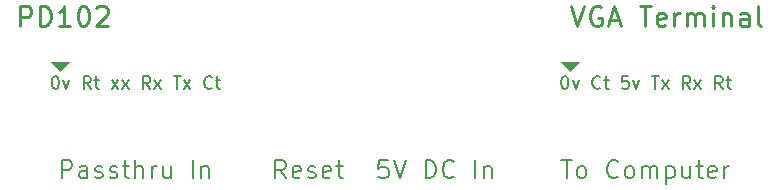
<source format=gbr>
%TF.GenerationSoftware,KiCad,Pcbnew,(5.1.6)-1*%
%TF.CreationDate,2020-11-22T20:04:02-08:00*%
%TF.ProjectId,vgavt1593-back,76676176-7431-4353-9933-2d6261636b2e,rev?*%
%TF.SameCoordinates,Original*%
%TF.FileFunction,Legend,Top*%
%TF.FilePolarity,Positive*%
%FSLAX46Y46*%
G04 Gerber Fmt 4.6, Leading zero omitted, Abs format (unit mm)*
G04 Created by KiCad (PCBNEW (5.1.6)-1) date 2020-11-22 20:04:02*
%MOMM*%
%LPD*%
G01*
G04 APERTURE LIST*
%ADD10C,0.203200*%
%ADD11C,0.100000*%
%ADD12C,0.254000*%
G04 APERTURE END LIST*
D10*
X49548142Y-42599428D02*
X49040142Y-41873714D01*
X48677285Y-42599428D02*
X48677285Y-41075428D01*
X49257857Y-41075428D01*
X49403000Y-41148000D01*
X49475571Y-41220571D01*
X49548142Y-41365714D01*
X49548142Y-41583428D01*
X49475571Y-41728571D01*
X49403000Y-41801142D01*
X49257857Y-41873714D01*
X48677285Y-41873714D01*
X50781857Y-42526857D02*
X50636714Y-42599428D01*
X50346428Y-42599428D01*
X50201285Y-42526857D01*
X50128714Y-42381714D01*
X50128714Y-41801142D01*
X50201285Y-41656000D01*
X50346428Y-41583428D01*
X50636714Y-41583428D01*
X50781857Y-41656000D01*
X50854428Y-41801142D01*
X50854428Y-41946285D01*
X50128714Y-42091428D01*
X51435000Y-42526857D02*
X51580142Y-42599428D01*
X51870428Y-42599428D01*
X52015571Y-42526857D01*
X52088142Y-42381714D01*
X52088142Y-42309142D01*
X52015571Y-42164000D01*
X51870428Y-42091428D01*
X51652714Y-42091428D01*
X51507571Y-42018857D01*
X51435000Y-41873714D01*
X51435000Y-41801142D01*
X51507571Y-41656000D01*
X51652714Y-41583428D01*
X51870428Y-41583428D01*
X52015571Y-41656000D01*
X53321857Y-42526857D02*
X53176714Y-42599428D01*
X52886428Y-42599428D01*
X52741285Y-42526857D01*
X52668714Y-42381714D01*
X52668714Y-41801142D01*
X52741285Y-41656000D01*
X52886428Y-41583428D01*
X53176714Y-41583428D01*
X53321857Y-41656000D01*
X53394428Y-41801142D01*
X53394428Y-41946285D01*
X52668714Y-42091428D01*
X53829857Y-41583428D02*
X54410428Y-41583428D01*
X54047571Y-41075428D02*
X54047571Y-42381714D01*
X54120142Y-42526857D01*
X54265285Y-42599428D01*
X54410428Y-42599428D01*
D11*
G36*
X73660000Y-33528000D02*
G01*
X72898000Y-32766000D01*
X74422000Y-32766000D01*
X73660000Y-33528000D01*
G37*
X73660000Y-33528000D02*
X72898000Y-32766000D01*
X74422000Y-32766000D01*
X73660000Y-33528000D01*
G36*
X30480000Y-33528000D02*
G01*
X29718000Y-32766000D01*
X31242000Y-32766000D01*
X30480000Y-33528000D01*
G37*
X30480000Y-33528000D02*
X29718000Y-32766000D01*
X31242000Y-32766000D01*
X30480000Y-33528000D01*
D10*
X73126600Y-33959800D02*
X73228200Y-33959800D01*
X73329800Y-34010600D01*
X73380600Y-34061400D01*
X73431400Y-34163000D01*
X73482200Y-34366200D01*
X73482200Y-34620200D01*
X73431400Y-34823400D01*
X73380600Y-34925000D01*
X73329800Y-34975800D01*
X73228200Y-35026600D01*
X73126600Y-35026600D01*
X73025000Y-34975800D01*
X72974200Y-34925000D01*
X72923400Y-34823400D01*
X72872600Y-34620200D01*
X72872600Y-34366200D01*
X72923400Y-34163000D01*
X72974200Y-34061400D01*
X73025000Y-34010600D01*
X73126600Y-33959800D01*
X73837800Y-34315400D02*
X74091800Y-35026600D01*
X74345800Y-34315400D01*
X76174600Y-34925000D02*
X76123800Y-34975800D01*
X75971400Y-35026600D01*
X75869800Y-35026600D01*
X75717400Y-34975800D01*
X75615800Y-34874200D01*
X75565000Y-34772600D01*
X75514200Y-34569400D01*
X75514200Y-34417000D01*
X75565000Y-34213800D01*
X75615800Y-34112200D01*
X75717400Y-34010600D01*
X75869800Y-33959800D01*
X75971400Y-33959800D01*
X76123800Y-34010600D01*
X76174600Y-34061400D01*
X76479400Y-34315400D02*
X76885800Y-34315400D01*
X76631800Y-33959800D02*
X76631800Y-34874200D01*
X76682600Y-34975800D01*
X76784200Y-35026600D01*
X76885800Y-35026600D01*
X78562200Y-33959800D02*
X78054200Y-33959800D01*
X78003400Y-34467800D01*
X78054200Y-34417000D01*
X78155800Y-34366200D01*
X78409800Y-34366200D01*
X78511400Y-34417000D01*
X78562200Y-34467800D01*
X78613000Y-34569400D01*
X78613000Y-34823400D01*
X78562200Y-34925000D01*
X78511400Y-34975800D01*
X78409800Y-35026600D01*
X78155800Y-35026600D01*
X78054200Y-34975800D01*
X78003400Y-34925000D01*
X78968600Y-34315400D02*
X79222600Y-35026600D01*
X79476600Y-34315400D01*
X80543400Y-33959800D02*
X81153000Y-33959800D01*
X80848200Y-35026600D02*
X80848200Y-33959800D01*
X81407000Y-35026600D02*
X81965800Y-34315400D01*
X81407000Y-34315400D02*
X81965800Y-35026600D01*
X83794600Y-35026600D02*
X83439000Y-34518600D01*
X83185000Y-35026600D02*
X83185000Y-33959800D01*
X83591400Y-33959800D01*
X83693000Y-34010600D01*
X83743800Y-34061400D01*
X83794600Y-34163000D01*
X83794600Y-34315400D01*
X83743800Y-34417000D01*
X83693000Y-34467800D01*
X83591400Y-34518600D01*
X83185000Y-34518600D01*
X84150200Y-35026600D02*
X84709000Y-34315400D01*
X84150200Y-34315400D02*
X84709000Y-35026600D01*
X86537800Y-35026600D02*
X86182200Y-34518600D01*
X85928200Y-35026600D02*
X85928200Y-33959800D01*
X86334600Y-33959800D01*
X86436200Y-34010600D01*
X86487000Y-34061400D01*
X86537800Y-34163000D01*
X86537800Y-34315400D01*
X86487000Y-34417000D01*
X86436200Y-34467800D01*
X86334600Y-34518600D01*
X85928200Y-34518600D01*
X86842600Y-34315400D02*
X87249000Y-34315400D01*
X86995000Y-33959800D02*
X86995000Y-34874200D01*
X87045800Y-34975800D01*
X87147400Y-35026600D01*
X87249000Y-35026600D01*
X29997400Y-33959800D02*
X30099000Y-33959800D01*
X30200600Y-34010600D01*
X30251400Y-34061400D01*
X30302200Y-34163000D01*
X30353000Y-34366200D01*
X30353000Y-34620200D01*
X30302200Y-34823400D01*
X30251400Y-34925000D01*
X30200600Y-34975800D01*
X30099000Y-35026600D01*
X29997400Y-35026600D01*
X29895800Y-34975800D01*
X29845000Y-34925000D01*
X29794200Y-34823400D01*
X29743400Y-34620200D01*
X29743400Y-34366200D01*
X29794200Y-34163000D01*
X29845000Y-34061400D01*
X29895800Y-34010600D01*
X29997400Y-33959800D01*
X30708600Y-34315400D02*
X30962600Y-35026600D01*
X31216600Y-34315400D01*
X33045400Y-35026600D02*
X32689800Y-34518600D01*
X32435800Y-35026600D02*
X32435800Y-33959800D01*
X32842200Y-33959800D01*
X32943800Y-34010600D01*
X32994600Y-34061400D01*
X33045400Y-34163000D01*
X33045400Y-34315400D01*
X32994600Y-34417000D01*
X32943800Y-34467800D01*
X32842200Y-34518600D01*
X32435800Y-34518600D01*
X33350200Y-34315400D02*
X33756600Y-34315400D01*
X33502600Y-33959800D02*
X33502600Y-34874200D01*
X33553400Y-34975800D01*
X33655000Y-35026600D01*
X33756600Y-35026600D01*
X34823400Y-35026600D02*
X35382200Y-34315400D01*
X34823400Y-34315400D02*
X35382200Y-35026600D01*
X35687000Y-35026600D02*
X36245800Y-34315400D01*
X35687000Y-34315400D02*
X36245800Y-35026600D01*
X38074600Y-35026600D02*
X37719000Y-34518600D01*
X37465000Y-35026600D02*
X37465000Y-33959800D01*
X37871400Y-33959800D01*
X37973000Y-34010600D01*
X38023800Y-34061400D01*
X38074600Y-34163000D01*
X38074600Y-34315400D01*
X38023800Y-34417000D01*
X37973000Y-34467800D01*
X37871400Y-34518600D01*
X37465000Y-34518600D01*
X38430200Y-35026600D02*
X38989000Y-34315400D01*
X38430200Y-34315400D02*
X38989000Y-35026600D01*
X40055800Y-33959800D02*
X40665400Y-33959800D01*
X40360600Y-35026600D02*
X40360600Y-33959800D01*
X40919400Y-35026600D02*
X41478200Y-34315400D01*
X40919400Y-34315400D02*
X41478200Y-35026600D01*
X43307000Y-34925000D02*
X43256200Y-34975800D01*
X43103800Y-35026600D01*
X43002200Y-35026600D01*
X42849800Y-34975800D01*
X42748200Y-34874200D01*
X42697400Y-34772600D01*
X42646600Y-34569400D01*
X42646600Y-34417000D01*
X42697400Y-34213800D01*
X42748200Y-34112200D01*
X42849800Y-34010600D01*
X43002200Y-33959800D01*
X43103800Y-33959800D01*
X43256200Y-34010600D01*
X43307000Y-34061400D01*
X43611800Y-34315400D02*
X44018200Y-34315400D01*
X43764200Y-33959800D02*
X43764200Y-34874200D01*
X43815000Y-34975800D01*
X43916600Y-35026600D01*
X44018200Y-35026600D01*
D12*
X73685400Y-28037971D02*
X74244200Y-29714371D01*
X74803000Y-28037971D01*
X76239914Y-28117800D02*
X76080257Y-28037971D01*
X75840771Y-28037971D01*
X75601285Y-28117800D01*
X75441628Y-28277457D01*
X75361800Y-28437114D01*
X75281971Y-28756428D01*
X75281971Y-28995914D01*
X75361800Y-29315228D01*
X75441628Y-29474885D01*
X75601285Y-29634542D01*
X75840771Y-29714371D01*
X76000428Y-29714371D01*
X76239914Y-29634542D01*
X76319742Y-29554714D01*
X76319742Y-28995914D01*
X76000428Y-28995914D01*
X76958371Y-29235400D02*
X77756657Y-29235400D01*
X76798714Y-29714371D02*
X77357514Y-28037971D01*
X77916314Y-29714371D01*
X79512885Y-28037971D02*
X80470828Y-28037971D01*
X79991857Y-29714371D02*
X79991857Y-28037971D01*
X81668257Y-29634542D02*
X81508600Y-29714371D01*
X81189285Y-29714371D01*
X81029628Y-29634542D01*
X80949800Y-29474885D01*
X80949800Y-28836257D01*
X81029628Y-28676600D01*
X81189285Y-28596771D01*
X81508600Y-28596771D01*
X81668257Y-28676600D01*
X81748085Y-28836257D01*
X81748085Y-28995914D01*
X80949800Y-29155571D01*
X82466542Y-29714371D02*
X82466542Y-28596771D01*
X82466542Y-28916085D02*
X82546371Y-28756428D01*
X82626200Y-28676600D01*
X82785857Y-28596771D01*
X82945514Y-28596771D01*
X83504314Y-29714371D02*
X83504314Y-28596771D01*
X83504314Y-28756428D02*
X83584142Y-28676600D01*
X83743800Y-28596771D01*
X83983285Y-28596771D01*
X84142942Y-28676600D01*
X84222771Y-28836257D01*
X84222771Y-29714371D01*
X84222771Y-28836257D02*
X84302600Y-28676600D01*
X84462257Y-28596771D01*
X84701742Y-28596771D01*
X84861400Y-28676600D01*
X84941228Y-28836257D01*
X84941228Y-29714371D01*
X85739514Y-29714371D02*
X85739514Y-28596771D01*
X85739514Y-28037971D02*
X85659685Y-28117800D01*
X85739514Y-28197628D01*
X85819342Y-28117800D01*
X85739514Y-28037971D01*
X85739514Y-28197628D01*
X86537800Y-28596771D02*
X86537800Y-29714371D01*
X86537800Y-28756428D02*
X86617628Y-28676600D01*
X86777285Y-28596771D01*
X87016771Y-28596771D01*
X87176428Y-28676600D01*
X87256257Y-28836257D01*
X87256257Y-29714371D01*
X88773000Y-29714371D02*
X88773000Y-28836257D01*
X88693171Y-28676600D01*
X88533514Y-28596771D01*
X88214200Y-28596771D01*
X88054542Y-28676600D01*
X88773000Y-29634542D02*
X88613342Y-29714371D01*
X88214200Y-29714371D01*
X88054542Y-29634542D01*
X87974714Y-29474885D01*
X87974714Y-29315228D01*
X88054542Y-29155571D01*
X88214200Y-29075742D01*
X88613342Y-29075742D01*
X88773000Y-28995914D01*
X89810771Y-29714371D02*
X89651114Y-29634542D01*
X89571285Y-29474885D01*
X89571285Y-28037971D01*
X27061885Y-29714371D02*
X27061885Y-28037971D01*
X27700514Y-28037971D01*
X27860171Y-28117800D01*
X27940000Y-28197628D01*
X28019828Y-28357285D01*
X28019828Y-28596771D01*
X27940000Y-28756428D01*
X27860171Y-28836257D01*
X27700514Y-28916085D01*
X27061885Y-28916085D01*
X28738285Y-29714371D02*
X28738285Y-28037971D01*
X29137428Y-28037971D01*
X29376914Y-28117800D01*
X29536571Y-28277457D01*
X29616400Y-28437114D01*
X29696228Y-28756428D01*
X29696228Y-28995914D01*
X29616400Y-29315228D01*
X29536571Y-29474885D01*
X29376914Y-29634542D01*
X29137428Y-29714371D01*
X28738285Y-29714371D01*
X31292800Y-29714371D02*
X30334857Y-29714371D01*
X30813828Y-29714371D02*
X30813828Y-28037971D01*
X30654171Y-28277457D01*
X30494514Y-28437114D01*
X30334857Y-28516942D01*
X32330571Y-28037971D02*
X32490228Y-28037971D01*
X32649885Y-28117800D01*
X32729714Y-28197628D01*
X32809542Y-28357285D01*
X32889371Y-28676600D01*
X32889371Y-29075742D01*
X32809542Y-29395057D01*
X32729714Y-29554714D01*
X32649885Y-29634542D01*
X32490228Y-29714371D01*
X32330571Y-29714371D01*
X32170914Y-29634542D01*
X32091085Y-29554714D01*
X32011257Y-29395057D01*
X31931428Y-29075742D01*
X31931428Y-28676600D01*
X32011257Y-28357285D01*
X32091085Y-28197628D01*
X32170914Y-28117800D01*
X32330571Y-28037971D01*
X33528000Y-28197628D02*
X33607828Y-28117800D01*
X33767485Y-28037971D01*
X34166628Y-28037971D01*
X34326285Y-28117800D01*
X34406114Y-28197628D01*
X34485942Y-28357285D01*
X34485942Y-28516942D01*
X34406114Y-28756428D01*
X33448171Y-29714371D01*
X34485942Y-29714371D01*
D10*
X58202285Y-41075428D02*
X57476571Y-41075428D01*
X57404000Y-41801142D01*
X57476571Y-41728571D01*
X57621714Y-41656000D01*
X57984571Y-41656000D01*
X58129714Y-41728571D01*
X58202285Y-41801142D01*
X58274857Y-41946285D01*
X58274857Y-42309142D01*
X58202285Y-42454285D01*
X58129714Y-42526857D01*
X57984571Y-42599428D01*
X57621714Y-42599428D01*
X57476571Y-42526857D01*
X57404000Y-42454285D01*
X58710285Y-41075428D02*
X59218285Y-42599428D01*
X59726285Y-41075428D01*
X61395428Y-42599428D02*
X61395428Y-41075428D01*
X61758285Y-41075428D01*
X61976000Y-41148000D01*
X62121142Y-41293142D01*
X62193714Y-41438285D01*
X62266285Y-41728571D01*
X62266285Y-41946285D01*
X62193714Y-42236571D01*
X62121142Y-42381714D01*
X61976000Y-42526857D01*
X61758285Y-42599428D01*
X61395428Y-42599428D01*
X63790285Y-42454285D02*
X63717714Y-42526857D01*
X63500000Y-42599428D01*
X63354857Y-42599428D01*
X63137142Y-42526857D01*
X62992000Y-42381714D01*
X62919428Y-42236571D01*
X62846857Y-41946285D01*
X62846857Y-41728571D01*
X62919428Y-41438285D01*
X62992000Y-41293142D01*
X63137142Y-41148000D01*
X63354857Y-41075428D01*
X63500000Y-41075428D01*
X63717714Y-41148000D01*
X63790285Y-41220571D01*
X65604571Y-42599428D02*
X65604571Y-41075428D01*
X66330285Y-41583428D02*
X66330285Y-42599428D01*
X66330285Y-41728571D02*
X66402857Y-41656000D01*
X66548000Y-41583428D01*
X66765714Y-41583428D01*
X66910857Y-41656000D01*
X66983428Y-41801142D01*
X66983428Y-42599428D01*
X72898000Y-41075428D02*
X73768857Y-41075428D01*
X73333428Y-42599428D02*
X73333428Y-41075428D01*
X74494571Y-42599428D02*
X74349428Y-42526857D01*
X74276857Y-42454285D01*
X74204285Y-42309142D01*
X74204285Y-41873714D01*
X74276857Y-41728571D01*
X74349428Y-41656000D01*
X74494571Y-41583428D01*
X74712285Y-41583428D01*
X74857428Y-41656000D01*
X74930000Y-41728571D01*
X75002571Y-41873714D01*
X75002571Y-42309142D01*
X74930000Y-42454285D01*
X74857428Y-42526857D01*
X74712285Y-42599428D01*
X74494571Y-42599428D01*
X77687714Y-42454285D02*
X77615142Y-42526857D01*
X77397428Y-42599428D01*
X77252285Y-42599428D01*
X77034571Y-42526857D01*
X76889428Y-42381714D01*
X76816857Y-42236571D01*
X76744285Y-41946285D01*
X76744285Y-41728571D01*
X76816857Y-41438285D01*
X76889428Y-41293142D01*
X77034571Y-41148000D01*
X77252285Y-41075428D01*
X77397428Y-41075428D01*
X77615142Y-41148000D01*
X77687714Y-41220571D01*
X78558571Y-42599428D02*
X78413428Y-42526857D01*
X78340857Y-42454285D01*
X78268285Y-42309142D01*
X78268285Y-41873714D01*
X78340857Y-41728571D01*
X78413428Y-41656000D01*
X78558571Y-41583428D01*
X78776285Y-41583428D01*
X78921428Y-41656000D01*
X78994000Y-41728571D01*
X79066571Y-41873714D01*
X79066571Y-42309142D01*
X78994000Y-42454285D01*
X78921428Y-42526857D01*
X78776285Y-42599428D01*
X78558571Y-42599428D01*
X79719714Y-42599428D02*
X79719714Y-41583428D01*
X79719714Y-41728571D02*
X79792285Y-41656000D01*
X79937428Y-41583428D01*
X80155142Y-41583428D01*
X80300285Y-41656000D01*
X80372857Y-41801142D01*
X80372857Y-42599428D01*
X80372857Y-41801142D02*
X80445428Y-41656000D01*
X80590571Y-41583428D01*
X80808285Y-41583428D01*
X80953428Y-41656000D01*
X81026000Y-41801142D01*
X81026000Y-42599428D01*
X81751714Y-41583428D02*
X81751714Y-43107428D01*
X81751714Y-41656000D02*
X81896857Y-41583428D01*
X82187142Y-41583428D01*
X82332285Y-41656000D01*
X82404857Y-41728571D01*
X82477428Y-41873714D01*
X82477428Y-42309142D01*
X82404857Y-42454285D01*
X82332285Y-42526857D01*
X82187142Y-42599428D01*
X81896857Y-42599428D01*
X81751714Y-42526857D01*
X83783714Y-41583428D02*
X83783714Y-42599428D01*
X83130571Y-41583428D02*
X83130571Y-42381714D01*
X83203142Y-42526857D01*
X83348285Y-42599428D01*
X83566000Y-42599428D01*
X83711142Y-42526857D01*
X83783714Y-42454285D01*
X84291714Y-41583428D02*
X84872285Y-41583428D01*
X84509428Y-41075428D02*
X84509428Y-42381714D01*
X84582000Y-42526857D01*
X84727142Y-42599428D01*
X84872285Y-42599428D01*
X85960857Y-42526857D02*
X85815714Y-42599428D01*
X85525428Y-42599428D01*
X85380285Y-42526857D01*
X85307714Y-42381714D01*
X85307714Y-41801142D01*
X85380285Y-41656000D01*
X85525428Y-41583428D01*
X85815714Y-41583428D01*
X85960857Y-41656000D01*
X86033428Y-41801142D01*
X86033428Y-41946285D01*
X85307714Y-42091428D01*
X86686571Y-42599428D02*
X86686571Y-41583428D01*
X86686571Y-41873714D02*
X86759142Y-41728571D01*
X86831714Y-41656000D01*
X86976857Y-41583428D01*
X87122000Y-41583428D01*
X30588857Y-42599428D02*
X30588857Y-41075428D01*
X31169428Y-41075428D01*
X31314571Y-41148000D01*
X31387142Y-41220571D01*
X31459714Y-41365714D01*
X31459714Y-41583428D01*
X31387142Y-41728571D01*
X31314571Y-41801142D01*
X31169428Y-41873714D01*
X30588857Y-41873714D01*
X32766000Y-42599428D02*
X32766000Y-41801142D01*
X32693428Y-41656000D01*
X32548285Y-41583428D01*
X32258000Y-41583428D01*
X32112857Y-41656000D01*
X32766000Y-42526857D02*
X32620857Y-42599428D01*
X32258000Y-42599428D01*
X32112857Y-42526857D01*
X32040285Y-42381714D01*
X32040285Y-42236571D01*
X32112857Y-42091428D01*
X32258000Y-42018857D01*
X32620857Y-42018857D01*
X32766000Y-41946285D01*
X33419142Y-42526857D02*
X33564285Y-42599428D01*
X33854571Y-42599428D01*
X33999714Y-42526857D01*
X34072285Y-42381714D01*
X34072285Y-42309142D01*
X33999714Y-42164000D01*
X33854571Y-42091428D01*
X33636857Y-42091428D01*
X33491714Y-42018857D01*
X33419142Y-41873714D01*
X33419142Y-41801142D01*
X33491714Y-41656000D01*
X33636857Y-41583428D01*
X33854571Y-41583428D01*
X33999714Y-41656000D01*
X34652857Y-42526857D02*
X34798000Y-42599428D01*
X35088285Y-42599428D01*
X35233428Y-42526857D01*
X35306000Y-42381714D01*
X35306000Y-42309142D01*
X35233428Y-42164000D01*
X35088285Y-42091428D01*
X34870571Y-42091428D01*
X34725428Y-42018857D01*
X34652857Y-41873714D01*
X34652857Y-41801142D01*
X34725428Y-41656000D01*
X34870571Y-41583428D01*
X35088285Y-41583428D01*
X35233428Y-41656000D01*
X35741428Y-41583428D02*
X36322000Y-41583428D01*
X35959142Y-41075428D02*
X35959142Y-42381714D01*
X36031714Y-42526857D01*
X36176857Y-42599428D01*
X36322000Y-42599428D01*
X36830000Y-42599428D02*
X36830000Y-41075428D01*
X37483142Y-42599428D02*
X37483142Y-41801142D01*
X37410571Y-41656000D01*
X37265428Y-41583428D01*
X37047714Y-41583428D01*
X36902571Y-41656000D01*
X36830000Y-41728571D01*
X38208857Y-42599428D02*
X38208857Y-41583428D01*
X38208857Y-41873714D02*
X38281428Y-41728571D01*
X38354000Y-41656000D01*
X38499142Y-41583428D01*
X38644285Y-41583428D01*
X39805428Y-41583428D02*
X39805428Y-42599428D01*
X39152285Y-41583428D02*
X39152285Y-42381714D01*
X39224857Y-42526857D01*
X39370000Y-42599428D01*
X39587714Y-42599428D01*
X39732857Y-42526857D01*
X39805428Y-42454285D01*
X41692285Y-42599428D02*
X41692285Y-41075428D01*
X42418000Y-41583428D02*
X42418000Y-42599428D01*
X42418000Y-41728571D02*
X42490571Y-41656000D01*
X42635714Y-41583428D01*
X42853428Y-41583428D01*
X42998571Y-41656000D01*
X43071142Y-41801142D01*
X43071142Y-42599428D01*
M02*

</source>
